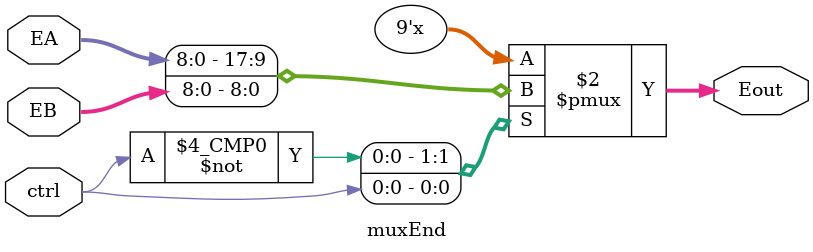
<source format=v>
module muxEnd (ctrl,EA,EB,Eout);
	input ctrl;
	input [8:0] EA, EB;
	output reg [8:0] Eout;
	
	always @(*) begin
		case (ctrl)
			1'b0: Eout = EA;				
			1'b1:  Eout = EB;
		endcase
	end
endmodule
	
</source>
